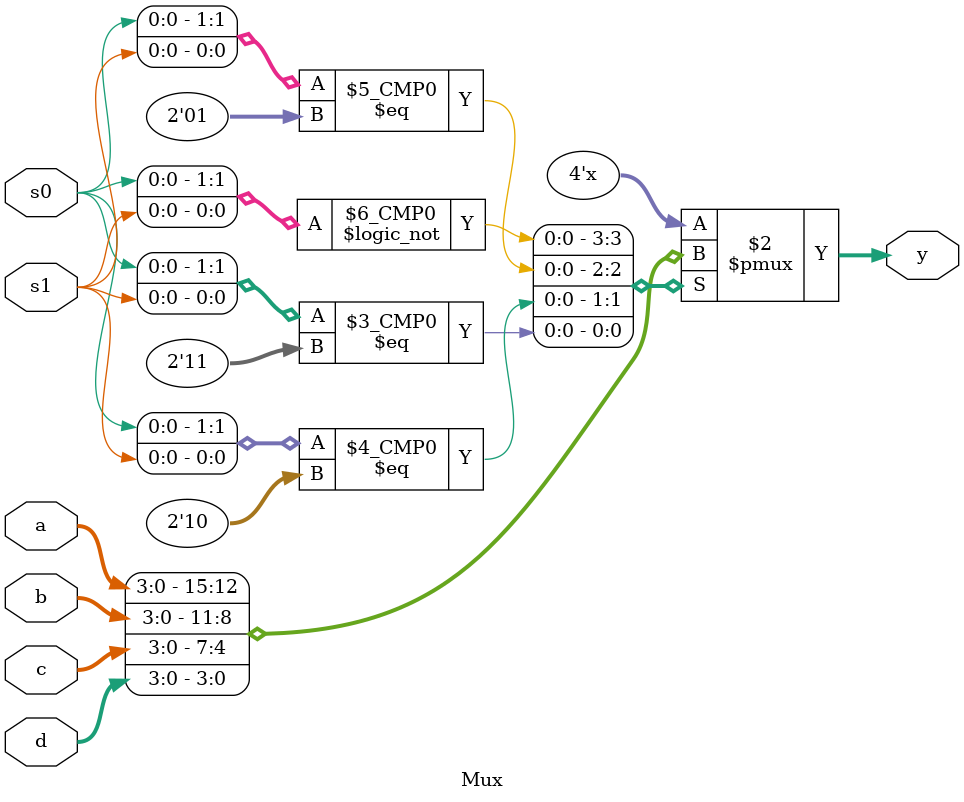
<source format=v>
`timescale 1ns / 1ps


module Mux8x1_4x1(a,b,c,d,e,f,g,h,sel,y);
input[3:0] a,b,c,d,e,f,g,h;
input[2:0] sel;
output[3:0] y;
wire[3:0] w1,w2;
Mux a1(a,b,c,d,sel[0],sel[1],w1);
Mux a2(e,f,g,h,sel[0],sel[1],w2);
Mux a3(w1,w2,4'b0000,4'b0000,1'b0,sel[2],y);

endmodule

module Mux(a,b,c,d,s0,s1,y);
input[3:0] a,b,c,d;
input s0,s1;
output reg[3:0] y;
always @(*)
begin
case({s0,s1})
2'b00: y=a;
2'b01: y=b;
2'b10: y=c;
2'b11: y=d;
default: y=0;
endcase
end
endmodule

</source>
